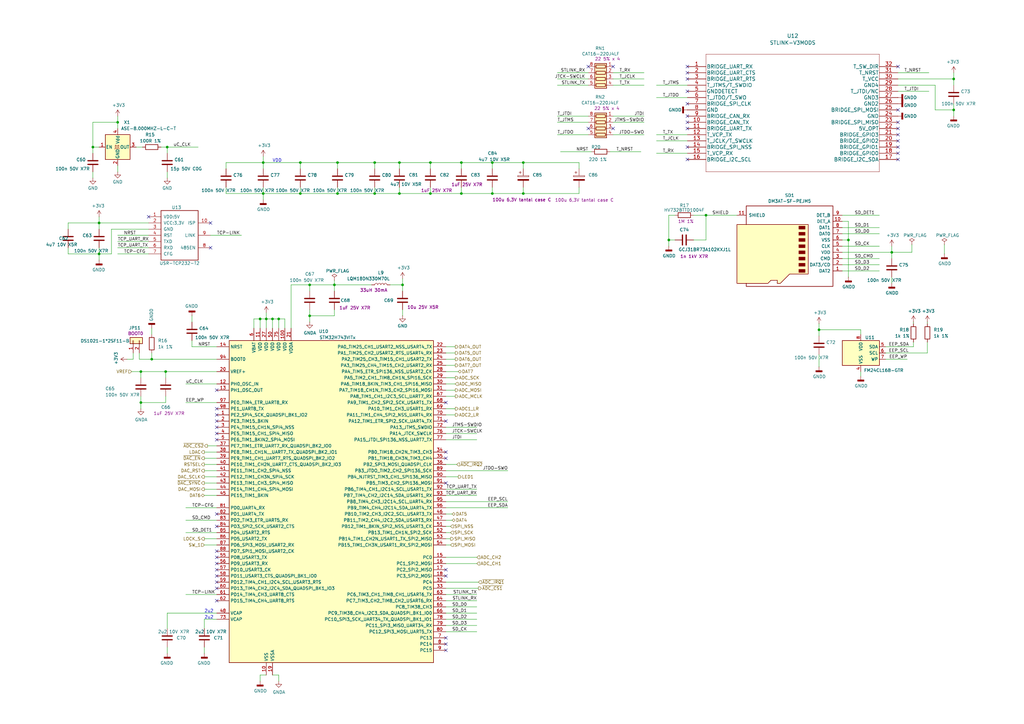
<source format=kicad_sch>
(kicad_sch (version 20231120) (generator "eeschema") (generator_version "8.0")
  (paper "A3")
  (junction (at 165.1 116.84))
  (junction (at 189.23 66.675))
  (junction (at 127 116.84))
  (junction (at 107.95 66.675))
  (junction (at 365.76 103.505))
  (junction (at 201.93 66.675))
  (junction (at 189.23 79.375))
  (junction (at 163.83 79.375))
  (junction (at 163.83 66.675))
  (junction (at 391.16 32.385))
  (junction (at 153.67 79.375))
  (junction (at 68.58 60.325))
  (junction (at 274.32 98.425))
  (junction (at 138.43 66.675))
  (junction (at 127 129.54))
  (junction (at 201.93 79.375))
  (junction (at 109.22 130.81))
  (junction (at 123.19 66.675))
  (junction (at 214.63 66.675))
  (junction (at 57.785 152.4))
  (junction (at 114.3 130.81))
  (junction (at 335.915 135.255))
  (junction (at 57.785 165.1))
  (junction (at 38.1 60.325))
  (junction (at 176.53 66.675))
  (junction (at 289.56 88.265))
  (junction (at 67.945 152.4))
  (junction (at 111.76 130.81))
  (junction (at 48.26 50.165))
  (junction (at 40.64 91.44))
  (junction (at 137.16 116.84))
  (junction (at 138.43 79.375))
  (junction (at 153.67 66.675))
  (junction (at 106.68 130.81))
  (junction (at 107.95 79.375))
  (junction (at 62.23 147.32))
  (junction (at 347.98 98.425))
  (junction (at 176.53 79.375))
  (junction (at 391.16 45.085))
  (junction (at 214.63 79.375))
  (junction (at 40.64 104.14))
  (junction (at 123.19 79.375))
  (no_connect (at 281.94 27.305))
  (no_connect (at 368.3 55.245))
  (no_connect (at 182.88 233.68))
  (no_connect (at 281.94 37.465))
  (no_connect (at 88.9 180.34))
  (no_connect (at 182.88 266.7))
  (no_connect (at 88.9 228.6))
  (no_connect (at 251.46 52.705))
  (no_connect (at 281.94 32.385))
  (no_connect (at 182.88 264.16))
  (no_connect (at 368.3 62.865))
  (no_connect (at 182.88 172.72))
  (no_connect (at 241.3 52.705))
  (no_connect (at 251.46 27.305))
  (no_connect (at 86.36 101.6))
  (no_connect (at 182.88 165.1))
  (no_connect (at 60.96 88.9))
  (no_connect (at 368.3 27.305))
  (no_connect (at 368.3 60.325))
  (no_connect (at 86.36 91.44))
  (no_connect (at 281.94 65.405))
  (no_connect (at 182.88 198.12))
  (no_connect (at 88.9 170.18))
  (no_connect (at 281.94 47.625))
  (no_connect (at 88.9 233.68))
  (no_connect (at 281.94 60.325))
  (no_connect (at 88.9 210.82))
  (no_connect (at 88.9 238.76))
  (no_connect (at 88.9 241.3))
  (no_connect (at 88.9 215.9))
  (no_connect (at 182.88 236.22))
  (no_connect (at 281.94 42.545))
  (no_connect (at 368.3 52.705))
  (no_connect (at 88.9 177.8))
  (no_connect (at 88.9 160.02))
  (no_connect (at 368.3 50.165))
  (no_connect (at 88.9 167.64))
  (no_connect (at 281.94 50.165))
  (no_connect (at 182.88 185.42))
  (no_connect (at 241.3 27.305))
  (no_connect (at 368.3 57.785))
  (no_connect (at 182.88 261.62))
  (no_connect (at 88.9 231.14))
  (no_connect (at 88.9 172.72))
  (no_connect (at 281.94 52.705))
  (no_connect (at 182.88 187.96))
  (no_connect (at 281.94 29.845))
  (no_connect (at 88.9 226.06))
  (no_connect (at 368.3 65.405))
  (no_connect (at 88.9 175.26))
  (no_connect (at 88.9 236.22))
  (no_connect (at 368.3 45.085))
  (no_connect (at 88.9 246.38))
  (wire (pts (xy 182.88 147.32) (xy 186.69 147.32)))
  (wire (pts (xy 289.56 88.265) (xy 289.56 98.425)))
  (wire (pts (xy 182.88 254) (xy 195.58 254)))
  (wire (pts (xy 127 129.54) (xy 137.16 129.54)))
  (wire (pts (xy 374.65 132.08) (xy 374.65 132.715)))
  (wire (pts (xy 237.49 69.215) (xy 237.49 66.675)))
  (wire (pts (xy 363.22 144.78) (xy 380.365 144.78)))
  (wire (pts (xy 353.06 152.4) (xy 353.06 154.305)))
  (wire (pts (xy 106.68 134.62) (xy 106.68 130.81)))
  (wire (pts (xy 38.1 60.325) (xy 38.1 62.865)))
  (wire (pts (xy 48.26 67.945) (xy 48.26 70.485)))
  (wire (pts (xy 163.83 79.375) (xy 176.53 79.375)))
  (wire (pts (xy 114.3 130.81) (xy 111.76 130.81)))
  (wire (pts (xy 57.785 167.64) (xy 57.785 165.1)))
  (wire (pts (xy 116.84 130.81) (xy 114.3 130.81)))
  (wire (pts (xy 88.9 182.88) (xy 85.09 182.88)))
  (wire (pts (xy 60.96 93.98) (xy 45.72 93.98)))
  (wire (pts (xy 195.58 228.6) (xy 182.88 228.6)))
  (wire (pts (xy 83.82 190.5) (xy 88.9 190.5)))
  (wire (pts (xy 335.915 145.415) (xy 335.915 150.495)))
  (wire (pts (xy 163.83 79.375) (xy 163.83 76.835)))
  (wire (pts (xy 40.64 60.325) (xy 38.1 60.325)))
  (wire (pts (xy 152.4 116.84) (xy 137.16 116.84)))
  (wire (pts (xy 78.74 142.24) (xy 78.74 139.7)))
  (wire (pts (xy 201.93 79.375) (xy 201.93 76.835)))
  (wire (pts (xy 68.58 251.46) (xy 88.9 251.46)))
  (wire (pts (xy 228.6 47.625) (xy 241.3 47.625)))
  (wire (pts (xy 182.88 208.28) (xy 208.28 208.28)))
  (wire (pts (xy 48.26 99.06) (xy 60.96 99.06)))
  (wire (pts (xy 187.96 152.4) (xy 182.88 152.4)))
  (wire (pts (xy 163.83 66.675) (xy 176.53 66.675)))
  (wire (pts (xy 38.1 70.485) (xy 38.1 73.025)))
  (wire (pts (xy 57.785 165.1) (xy 57.785 162.56)))
  (wire (pts (xy 106.68 279.4) (xy 106.68 276.86)))
  (wire (pts (xy 214.63 66.675) (xy 237.49 66.675)))
  (wire (pts (xy 83.82 223.52) (xy 88.9 223.52)))
  (wire (pts (xy 182.88 167.64) (xy 186.69 167.64)))
  (wire (pts (xy 114.3 276.86) (xy 111.76 276.86)))
  (wire (pts (xy 182.88 210.82) (xy 185.42 210.82)))
  (wire (pts (xy 187.96 195.58) (xy 182.88 195.58)))
  (wire (pts (xy 138.43 79.375) (xy 138.43 76.835)))
  (wire (pts (xy 55.88 60.325) (xy 58.42 60.325)))
  (wire (pts (xy 57.785 152.4) (xy 57.785 154.94)))
  (wire (pts (xy 83.82 254) (xy 88.9 254)))
  (wire (pts (xy 182.88 142.24) (xy 186.69 142.24)))
  (wire (pts (xy 107.95 66.675) (xy 107.95 64.135)))
  (wire (pts (xy 182.88 223.52) (xy 184.785 223.52)))
  (wire (pts (xy 182.88 157.48) (xy 186.69 157.48)))
  (wire (pts (xy 119.38 116.84) (xy 119.38 134.62)))
  (wire (pts (xy 137.16 129.54) (xy 137.16 127)))
  (wire (pts (xy 48.26 96.52) (xy 60.96 96.52)))
  (wire (pts (xy 88.9 187.96) (xy 83.82 187.96)))
  (wire (pts (xy 123.19 79.375) (xy 138.43 79.375)))
  (wire (pts (xy 228.6 32.385) (xy 241.3 32.385)))
  (wire (pts (xy 68.58 265.43) (xy 68.58 267.97)))
  (wire (pts (xy 153.67 66.675) (xy 163.83 66.675)))
  (wire (pts (xy 251.46 29.845) (xy 264.16 29.845)))
  (wire (pts (xy 345.44 90.805) (xy 347.98 90.805)))
  (wire (pts (xy 201.93 66.675) (xy 214.63 66.675)))
  (wire (pts (xy 127 116.84) (xy 137.16 116.84)))
  (wire (pts (xy 201.93 79.375) (xy 214.63 79.375)))
  (wire (pts (xy 67.945 152.4) (xy 88.9 152.4)))
  (wire (pts (xy 114.3 134.62) (xy 114.3 130.81)))
  (wire (pts (xy 62.23 147.32) (xy 57.15 147.32)))
  (wire (pts (xy 182.88 193.04) (xy 208.28 193.04)))
  (wire (pts (xy 182.88 243.84) (xy 195.58 243.84)))
  (wire (pts (xy 182.88 154.94) (xy 186.69 154.94)))
  (wire (pts (xy 269.24 62.865) (xy 281.94 62.865)))
  (wire (pts (xy 48.26 104.14) (xy 60.96 104.14)))
  (wire (pts (xy 109.22 130.81) (xy 109.22 134.62)))
  (wire (pts (xy 53.975 152.4) (xy 57.785 152.4)))
  (wire (pts (xy 237.49 79.375) (xy 237.49 76.835)))
  (wire (pts (xy 27.94 91.44) (xy 40.64 91.44)))
  (wire (pts (xy 360.68 106.045) (xy 345.44 106.045)))
  (wire (pts (xy 347.98 98.425) (xy 345.44 98.425)))
  (wire (pts (xy 92.71 66.675) (xy 107.95 66.675)))
  (wire (pts (xy 153.67 79.375) (xy 163.83 79.375)))
  (wire (pts (xy 40.64 104.14) (xy 40.64 101.6)))
  (wire (pts (xy 40.64 88.9) (xy 40.64 91.44)))
  (wire (pts (xy 127 129.54) (xy 127 127)))
  (wire (pts (xy 62.23 134.62) (xy 62.23 137.16)))
  (wire (pts (xy 274.32 100.965) (xy 274.32 98.425)))
  (wire (pts (xy 68.58 251.46) (xy 68.58 257.81)))
  (wire (pts (xy 182.88 246.38) (xy 195.58 246.38)))
  (wire (pts (xy 228.6 29.845) (xy 241.3 29.845)))
  (wire (pts (xy 380.365 132.08) (xy 380.365 132.715)))
  (wire (pts (xy 111.76 130.81) (xy 109.22 130.81)))
  (wire (pts (xy 251.46 50.165) (xy 264.16 50.165)))
  (wire (pts (xy 374.65 142.24) (xy 363.22 142.24)))
  (wire (pts (xy 45.72 104.14) (xy 40.64 104.14)))
  (wire (pts (xy 195.58 180.34) (xy 182.88 180.34)))
  (wire (pts (xy 76.2 218.44) (xy 88.9 218.44)))
  (wire (pts (xy 391.16 32.385) (xy 391.16 34.925)))
  (wire (pts (xy 40.64 106.68) (xy 40.64 104.14)))
  (wire (pts (xy 52.07 147.32) (xy 54.61 147.32)))
  (wire (pts (xy 274.32 88.265) (xy 274.32 98.425)))
  (wire (pts (xy 182.88 256.54) (xy 195.58 256.54)))
  (wire (pts (xy 138.43 79.375) (xy 153.67 79.375)))
  (wire (pts (xy 182.88 248.92) (xy 195.58 248.92)))
  (wire (pts (xy 182.88 149.86) (xy 186.69 149.86)))
  (wire (pts (xy 347.98 113.665) (xy 347.98 98.425)))
  (wire (pts (xy 127 132.08) (xy 127 129.54)))
  (wire (pts (xy 104.14 134.62) (xy 104.14 130.81)))
  (wire (pts (xy 176.53 79.375) (xy 189.23 79.375)))
  (wire (pts (xy 57.785 165.1) (xy 67.945 165.1)))
  (wire (pts (xy 160.02 116.84) (xy 165.1 116.84)))
  (wire (pts (xy 107.95 79.375) (xy 107.95 76.835)))
  (wire (pts (xy 391.16 32.385) (xy 391.16 29.845)))
  (wire (pts (xy 182.88 144.78) (xy 186.69 144.78)))
  (wire (pts (xy 54.61 147.32) (xy 54.61 144.78)))
  (wire (pts (xy 228.6 50.165) (xy 241.3 50.165)))
  (wire (pts (xy 68.58 60.325) (xy 81.28 60.325)))
  (wire (pts (xy 137.16 114.935) (xy 137.16 116.84)))
  (wire (pts (xy 387.35 104.14) (xy 387.35 100.33)))
  (wire (pts (xy 360.68 100.965) (xy 345.44 100.965)))
  (wire (pts (xy 127 119.38) (xy 127 116.84)))
  (wire (pts (xy 114.3 279.4) (xy 114.3 276.86)))
  (wire (pts (xy 182.88 238.76) (xy 196.215 238.76)))
  (wire (pts (xy 153.67 79.375) (xy 153.67 76.835)))
  (wire (pts (xy 86.36 96.52) (xy 99.06 96.52)))
  (wire (pts (xy 123.19 79.375) (xy 123.19 76.835)))
  (wire (pts (xy 107.95 79.375) (xy 92.71 79.375)))
  (wire (pts (xy 107.95 66.675) (xy 123.19 66.675)))
  (wire (pts (xy 57.785 152.4) (xy 67.945 152.4)))
  (wire (pts (xy 251.46 47.625) (xy 264.16 47.625)))
  (wire (pts (xy 374.015 103.505) (xy 374.015 100.33)))
  (wire (pts (xy 153.67 66.675) (xy 153.67 69.215)))
  (wire (pts (xy 345.44 103.505) (xy 365.76 103.505)))
  (wire (pts (xy 176.53 66.675) (xy 176.53 69.215)))
  (wire (pts (xy 214.63 69.215) (xy 214.63 66.675)))
  (wire (pts (xy 347.98 90.805) (xy 347.98 98.425)))
  (wire (pts (xy 182.88 259.08) (xy 195.58 259.08)))
  (wire (pts (xy 27.94 104.14) (xy 27.94 101.6)))
  (wire (pts (xy 353.06 135.255) (xy 353.06 137.16)))
  (wire (pts (xy 189.23 79.375) (xy 189.23 76.835)))
  (wire (pts (xy 182.88 175.26) (xy 195.58 175.26)))
  (wire (pts (xy 391.16 42.545) (xy 391.16 45.085)))
  (wire (pts (xy 365.76 113.665) (xy 365.76 116.205)))
  (wire (pts (xy 360.68 95.885) (xy 345.44 95.885)))
  (wire (pts (xy 368.3 29.845) (xy 381 29.845)))
  (wire (pts (xy 251.46 34.925) (xy 264.16 34.925)))
  (wire (pts (xy 269.24 55.245) (xy 281.94 55.245)))
  (wire (pts (xy 368.3 32.385) (xy 391.16 32.385)))
  (wire (pts (xy 189.23 66.675) (xy 189.23 69.215)))
  (wire (pts (xy 88.9 195.58) (xy 83.82 195.58)))
  (wire (pts (xy 383.54 45.085) (xy 391.16 45.085)))
  (wire (pts (xy 78.74 132.08) (xy 78.74 129.54)))
  (wire (pts (xy 368.3 37.465) (xy 381 37.465)))
  (wire (pts (xy 27.94 91.44) (xy 27.94 93.98)))
  (wire (pts (xy 269.24 34.925) (xy 281.94 34.925)))
  (wire (pts (xy 214.63 76.835) (xy 214.63 79.375)))
  (wire (pts (xy 76.2 243.84) (xy 88.9 243.84)))
  (wire (pts (xy 92.71 79.375) (xy 92.71 76.835)))
  (wire (pts (xy 88.9 198.12) (xy 83.82 198.12)))
  (wire (pts (xy 182.88 231.14) (xy 195.58 231.14)))
  (wire (pts (xy 107.95 79.375) (xy 123.19 79.375)))
  (wire (pts (xy 123.19 66.675) (xy 138.43 66.675)))
  (wire (pts (xy 289.56 88.265) (xy 302.26 88.265)))
  (wire (pts (xy 76.2 208.28) (xy 88.9 208.28)))
  (wire (pts (xy 374.015 103.505) (xy 365.76 103.505)))
  (wire (pts (xy 228.6 34.925) (xy 241.3 34.925)))
  (wire (pts (xy 68.58 70.485) (xy 68.58 73.025)))
  (wire (pts (xy 360.68 111.125) (xy 345.44 111.125)))
  (wire (pts (xy 57.15 147.32) (xy 57.15 144.78)))
  (wire (pts (xy 184.785 215.9) (xy 182.88 215.9)))
  (wire (pts (xy 88.9 165.1) (xy 76.2 165.1)))
  (wire (pts (xy 48.26 50.165) (xy 48.26 52.705)))
  (wire (pts (xy 88.9 147.32) (xy 62.23 147.32)))
  (wire (pts (xy 165.1 114.3) (xy 165.1 116.84)))
  (wire (pts (xy 360.68 108.585) (xy 345.44 108.585)))
  (wire (pts (xy 27.94 104.14) (xy 40.64 104.14)))
  (wire (pts (xy 182.88 190.5) (xy 187.325 190.5)))
  (wire (pts (xy 137.16 116.84) (xy 137.16 119.38)))
  (wire (pts (xy 335.915 132.715) (xy 335.915 135.255)))
  (wire (pts (xy 182.88 205.74) (xy 208.28 205.74)))
  (wire (pts (xy 276.86 88.265) (xy 274.32 88.265)))
  (wire (pts (xy 228.6 55.245) (xy 241.3 55.245)))
  (wire (pts (xy 107.95 66.675) (xy 107.95 69.215)))
  (wire (pts (xy 251.46 55.245) (xy 264.16 55.245)))
  (wire (pts (xy 83.82 265.43) (xy 83.82 267.97)))
  (wire (pts (xy 195.58 200.66) (xy 182.88 200.66)))
  (wire (pts (xy 88.9 142.24) (xy 78.74 142.24)))
  (wire (pts (xy 88.9 193.04) (xy 83.82 193.04)))
  (wire (pts (xy 182.88 213.36) (xy 185.42 213.36)))
  (wire (pts (xy 67.945 152.4) (xy 67.945 154.94)))
  (wire (pts (xy 119.38 116.84) (xy 127 116.84)))
  (wire (pts (xy 363.22 147.32) (xy 372.11 147.32)))
  (wire (pts (xy 195.58 203.2) (xy 182.88 203.2)))
  (wire (pts (xy 182.88 170.18) (xy 186.69 170.18)))
  (wire (pts (xy 106.68 130.81) (xy 109.22 130.81)))
  (wire (pts (xy 182.88 162.56) (xy 186.69 162.56)))
  (wire (pts (xy 189.23 66.675) (xy 201.93 66.675)))
  (wire (pts (xy 374.65 140.335) (xy 374.65 142.24)))
  (wire (pts (xy 40.64 91.44) (xy 40.64 93.98)))
  (wire (pts (xy 45.72 93.98) (xy 45.72 104.14)))
  (wire (pts (xy 138.43 66.675) (xy 138.43 69.215)))
  (wire (pts (xy 214.63 79.375) (xy 237.49 79.375)))
  (wire (pts (xy 38.1 50.165) (xy 48.26 50.165)))
  (wire (pts (xy 83.82 203.2) (xy 88.9 203.2)))
  (wire (pts (xy 176.53 66.675) (xy 189.23 66.675)))
  (wire (pts (xy 368.3 34.925) (xy 383.54 34.925)))
  (wire (pts (xy 48.26 47.625) (xy 48.26 50.165)))
  (wire (pts (xy 269.24 40.005) (xy 281.94 40.005)))
  (wire (pts (xy 92.71 66.675) (xy 92.71 69.215)))
  (wire (pts (xy 66.04 60.325) (xy 68.58 60.325)))
  (wire (pts (xy 335.915 135.255) (xy 335.915 137.795)))
  (wire (pts (xy 189.23 79.375) (xy 201.93 79.375)))
  (wire (pts (xy 365.76 103.505) (xy 365.76 106.045)))
  (wire (pts (xy 182.88 218.44) (xy 184.785 218.44)))
  (wire (pts (xy 38.1 60.325) (xy 38.1 50.165)))
  (wire (pts (xy 184.785 220.98) (xy 182.88 220.98)))
  (wire (pts (xy 116.84 134.62) (xy 116.84 130.81)))
  (wire (pts (xy 176.53 79.375) (xy 176.53 76.835)))
  (wire (pts (xy 182.88 241.3) (xy 196.215 241.3)))
  (wire (pts (xy 201.93 66.675) (xy 201.93 69.215)))
  (wire (pts (xy 83.82 220.98) (xy 88.9 220.98)))
  (wire (pts (xy 62.23 144.78) (xy 62.23 147.32)))
  (wire (pts (xy 383.54 34.925) (xy 383.54 45.085)))
  (wire (pts (xy 365.76 103.505) (xy 365.76 100.965)))
  (wire (pts (xy 182.88 160.02) (xy 186.69 160.02)))
  (wire (pts (xy 353.06 135.255) (xy 335.915 135.255)))
  (wire (pts (xy 380.365 140.335) (xy 380.365 144.78)))
  (wire (pts (xy 284.48 88.265) (xy 289.56 88.265)))
  (wire (pts (xy 109.22 128.27) (xy 109.22 130.81)))
  (wire (pts (xy 345.44 88.265) (xy 360.68 88.265)))
  (wire (pts (xy 165.1 116.84) (xy 165.1 119.38)))
  (wire (pts (xy 83.82 254) (xy 83.82 257.81)))
  (wire (pts (xy 67.945 165.1) (xy 67.945 162.56)))
  (wire (pts (xy 106.68 276.86) (xy 109.22 276.86)))
  (wire (pts (xy 195.58 177.8) (xy 182.88 177.8)))
  (wire (pts (xy 250.19 62.23) (xy 262.89 62.23)))
  (wire (pts (xy 88.9 200.66) (xy 83.82 200.66)))
  (wire (pts (xy 251.46 32.385) (xy 264.16 32.385)))
  (wire (pts (xy 165.1 129.54) (xy 165.1 127)))
  (wire (pts (xy 123.19 66.675) (xy 123.19 69.215)))
  (wire (pts (xy 48.26 101.6) (xy 60.96 101.6)))
  (wire (pts (xy 76.2 157.48) (xy 88.9 157.48)))
  (wire (pts (xy 360.68 93.345) (xy 345.44 93.345)))
  (wire (pts (xy 274.32 98.425) (xy 276.86 98.425)))
  (wire (pts (xy 83.82 185.42) (xy 88.9 185.42)))
  (wire (pts (xy 182.88 251.46) (xy 195.58 251.46)))
  (wire (pts (xy 391.16 45.085) (xy 391.16 47.625)))
  (wire (pts (xy 60.96 91.44) (xy 40.64 91.44)))
  (wire (pts (xy 76.2 213.36) (xy 88.9 213.36)))
  (wire (pts (xy 68.58 60.325) (xy 68.58 62.865)))
  (wire (pts (xy 138.43 66.675) (xy 153.67 66.675)))
  (wire (pts (xy 111.76 134.62) (xy 111.76 130.81)))
  (wire (pts (xy 229.87 62.23) (xy 242.57 62.23)))
  (wire (pts (xy 269.24 57.785) (xy 281.94 57.785)))
  (wire (pts (xy 289.56 98.425) (xy 284.48 98.425)))
  (wire (pts (xy 107.95 81.915) (xy 107.95 79.375)))
  (wire (pts (xy 104.14 130.81) (xy 106.68 130.81)))
  (wire (pts (xy 163.83 69.215) (xy 163.83 66.675)))
  (text "2u2" (at 83.82 251.46 0) (effects (font (size 1.27 1.27)) (justify left bottom)))
  (text "2u2" (at 83.82 254 0) (effects (font (size 1.27 1.27)) (justify left bottom)))
  (text "VDD" (at 111.76 66.675 0) (effects (font (size 1.27 1.27)) (justify left bottom)))
  (label "T_JTDI" (at 228.6 47.625 0))
  (label "SD_D2" (at 185.42 254 0))
  (label "T_TX" (at 271.78 55.245 0))
  (label "SD_D0" (at 185.42 248.92 0))
  (label "T_JCLK" (at 271.78 57.785 0))
  (label "JTDO-SWO" (at 208.28 193.04 180))
  (label "SD_DET1" (at 78.74 218.44 0))
  (label "SD_D1" (at 185.42 251.46 0))
  (label "T_TX" (at 254 34.925 0))
  (label "EEP_SDA" (at 364.49 142.24 0))
  (label "SD_DET1" (at 350.52 88.265 0))
  (label "T_NRST" (at 252.73 62.23 0))
  (label "TCP_UART_TX" (at 48.26 101.6 0))
  (label "uC_CLK" (at 71.12 60.325 0))
  (label "JTDO-SWO" (at 264.16 55.245 180))
  (label "TCP-LINK" (at 78.74 243.84 0))
  (label "SD_CK" (at 185.42 259.08 0))
  (label "T_JTDO" (at 228.6 55.245 0))
  (label "SD_D2" (at 350.52 111.125 0))
  (label "SD_D3" (at 185.42 256.54 0))
  (label "EEP_SDA" (at 208.28 208.28 180))
  (label "TCP-LINK" (at 88.9 96.52 0))
  (label "T_RX" (at 271.78 62.865 0))
  (label "NRST" (at 81.28 142.24 0))
  (label "EEP_WP" (at 372.11 147.32 180))
  (label "SD_CK" (at 350.52 100.965 0))
  (label "JTCK-SWCLK" (at 240.03 32.385 180))
  (label "JTMS-SWDIO" (at 264.16 50.165 180))
  (label "SHIELD" (at 292.1 88.265 0))
  (label "SD_D0" (at 350.52 95.885 0))
  (label "NRST" (at 50.8 96.52 0))
  (label "SD_CMD" (at 78.74 213.36 0))
  (label "EEP_SCL" (at 208.28 205.74 180))
  (label "T_NRST" (at 370.84 29.845 0))
  (label "T_RX" (at 254 29.845 0))
  (label "JTCK-SWCLK" (at 185.42 177.8 0))
  (label "SD_D1" (at 350.52 93.345 0))
  (label "JTDI" (at 185.42 180.34 0))
  (label "T_JTMS" (at 271.78 34.925 0))
  (label "NRST" (at 241.3 62.23 180))
  (label "SD_CMD" (at 350.52 106.045 0))
  (label "STLINK_RX" (at 195.58 246.38 180))
  (label "TCP_UART_RX" (at 48.26 99.06 0))
  (label "JTMS-SWDIO" (at 185.42 175.26 0))
  (label "STLINK_RX" (at 240.03 29.845 180))
  (label "EEP_SCL" (at 372.745 144.78 180))
  (label "TCP_UART_RX" (at 195.58 203.2 180))
  (label "T_JTDO" (at 271.78 40.005 0))
  (label "JTDI" (at 264.16 47.625 180))
  (label "TCP_UART_TX" (at 195.58 200.66 180))
  (label "T_JTMS" (at 228.6 50.165 0))
  (label "T_JCLK" (at 254 32.385 0))
  (label "TCP-CFG" (at 78.74 208.28 0))
  (label "TCP-CFG" (at 50.8 104.14 0))
  (label "EEP_WP" (at 76.2 165.1 0))
  (label "T_JTDI" (at 370.84 37.465 0))
  (label "uC_CLK" (at 76.2 157.48 0))
  (label "STLINK_TX" (at 240.03 34.925 180))
  (label "SD_D3" (at 350.52 108.585 0))
  (label "STLINK_TX" (at 195.58 243.84 180))
  (hierarchical_label "SPI_NSS" (shape input) (at 184.785 215.9 0))
  (hierarchical_label "DAT4" (shape bidirectional) (at 185.42 213.36 0))
  (hierarchical_label "DAT5_OUT" (shape output) (at 186.69 144.78 0))
  (hierarchical_label "DAT6" (shape bidirectional) (at 83.82 203.2 180))
  (hierarchical_label "RSTSEL" (shape output) (at 83.82 190.5 180))
  (hierarchical_label "ADC_CH2" (shape input) (at 195.58 228.6 0))
  (hierarchical_label "SW_1" (shape input) (at 83.82 223.52 180))
  (hierarchical_label "DAC_SCLK" (shape output) (at 83.82 195.58 180))
  (hierarchical_label "ADC2_LR" (shape output) (at 186.69 170.18 0))
  (hierarchical_label "LOCK_S" (shape output) (at 83.82 220.98 180))
  (hierarchical_label "LED1" (shape output) (at 187.96 195.58 0))
  (hierarchical_label "DAT5" (shape bidirectional) (at 185.42 210.82 0))
  (hierarchical_label "DAT4_OUT" (shape output) (at 186.69 142.24 0))
  (hierarchical_label "~{ADC_IRQ2}" (shape input) (at 187.325 190.5 0))
  (hierarchical_label "DAT7_OUT" (shape output) (at 186.69 149.86 0))
  (hierarchical_label "LDAC" (shape output) (at 83.82 185.42 180))
  (hierarchical_label "~{ADC_CS1}" (shape output) (at 196.215 241.3 0))
  (hierarchical_label "ADC_SCK" (shape output) (at 186.69 154.94 0))
  (hierarchical_label "ADC_MCLK" (shape output) (at 186.69 162.56 0))
  (hierarchical_label "VREF" (shape input) (at 53.975 152.4 180))
  (hierarchical_label "~{DAC_SYNC}" (shape output) (at 83.82 198.12 180))
  (hierarchical_label "SPI_MISO" (shape output) (at 184.785 220.98 0))
  (hierarchical_label "ADC_MOSI" (shape output) (at 186.69 160.02 0))
  (hierarchical_label "SPI_MOSI" (shape input) (at 184.785 223.52 0))
  (hierarchical_label "DAC_MOSI" (shape output) (at 83.82 200.66 180))
  (hierarchical_label "DAC_RST" (shape output) (at 83.82 193.04 180))
  (hierarchical_label "~{ADC_IRQ1}" (shape input) (at 196.215 238.76 0))
  (hierarchical_label "SPI_SCK" (shape input) (at 184.785 218.44 0))
  (hierarchical_label "DAT7" (shape bidirectional) (at 187.96 152.4 0))
  (hierarchical_label "ADC_CH1" (shape input) (at 195.58 231.14 0))
  (hierarchical_label "~{DAC_EN}" (shape output) (at 83.82 187.96 180))
  (hierarchical_label "~{ADC_CS2}" (shape output) (at 85.09 182.88 180))
  (hierarchical_label "ADC_MISO" (shape input) (at 186.69 157.48 0))
  (hierarchical_label "ADC1_LR" (shape output) (at 186.69 167.64 0))
  (hierarchical_label "DAT6_OUT" (shape output) (at 186.69 147.32 0))
  (symbol (lib_id "Device:C") (at 78.74 135.89 0) (unit 1)
    (property "Reference" "C64" (at 81.661 134.6962 0) (effects (justify left)))
    (property "Value" "100n 50V X7R" (at 80.01 138.43 0) (effects (justify left)))
    (property "Footprint" "Capacitor_SMD:C_0603_1608Metric" (effects (hide yes)))
    (property "Description" "Unpolarized capacitor" (effects (hide yes)))
  )
  (symbol (lib_id "power:PWR_FLAG") (at 137.16 114.935 0) (unit 1)
    (property "Reference" "#FLG011" (effects (hide yes)))
    (property "Value" "PWR_FLAG" (at 138.43 111.125 0))
    (property "Description" "Special symbol for telling ERC where power comes from" (effects (hide yes)))
  )
  (symbol (lib_id "power:GND") (at 68.58 73.025 0) (unit 1)
    (property "Reference" "#PWR039" (effects (hide yes)))
    (property "Value" "GND" (at 68.58 77.1605 0))
    (property "Description" "Power symbol creates a global label with name \"GND\" , ground" (effects (hide yes)))
  )
  (symbol (lib_id "power:GNDD") (at 353.06 154.305 0) (unit 1)
    (property "Reference" "#PWR05" (effects (hide yes)))
    (property "Value" "GNDD" (at 353.187 158.2674 0))
    (property "Description" "Power symbol creates a global label with name \"GNDD\" , digital ground" (effects (hide yes)))
  )
  (symbol (lib_id "power:+3V3") (at 40.64 88.9 0) (mirror y) (unit 1)
    (property "Reference" "#PWR025" (effects (hide yes)))
    (property "Value" "+3V3" (at 40.259 84.4042 0))
    (property "Description" "Power symbol creates a global label with name \"+3V3\"" (effects (hide yes)))
  )
  (symbol (lib_id "power:GNDD") (at 106.68 279.4 0) (unit 1)
    (property "Reference" "#PWR049" (effects (hide yes)))
    (property "Value" "GNDD" (at 106.807 283.3624 0))
    (property "Description" "Power symbol creates a global label with name \"GNDD\" , digital ground" (effects (hide yes)))
  )
  (symbol (lib_id "Device:C") (at 335.915 141.605 0) (unit 1)
    (property "Reference" "C72" (at 338.836 140.4112 0) (effects (justify left)))
    (property "Value" "100n 50V X7R" (at 325.755 146.685 0) (effects (justify left)))
    (property "Footprint" "Capacitor_SMD:C_0603_1608Metric" (effects (hide yes)))
    (property "Description" "Unpolarized capacitor" (effects (hide yes)))
  )
  (symbol (lib_id "Device:C") (at 107.95 73.025 0) (unit 1)
    (property "Reference" "C77" (at 110.871 71.8312 0) (effects (justify left)))
    (property "Value" "100n 50V X7R" (at 98.425 78.105 0) (effects (justify left)))
    (property "Footprint" "Capacitor_SMD:C_0603_1608Metric" (effects (hide yes)))
    (property "Description" "Unpolarized capacitor" (effects (hide yes)))
  )
  (symbol (lib_id "power:GNDD") (at 281.94 45.085 270) (mirror x) (unit 1)
    (property "Reference" "#PWR0263" (effects (hide yes)))
    (property "Value" "GNDD" (at 276.86 45.085 90))
    (property "Description" "Power symbol creates a global label with name \"GNDD\" , digital ground" (effects (hide yes)))
  )
  (symbol (lib_id "Device:R") (at 62.23 60.325 90) (unit 1)
    (property "Reference" "R15" (at 63.5 55.245 90) (effects (justify left)))
    (property "Value" "100R 1%" (at 66.04 57.785 90) (effects (justify left)))
    (property "Footprint" "Resistor_SMD:R_0603_1608Metric" (effects (hide yes)))
    (property "Description" "Resistor" (effects (hide yes)))
  )
  (symbol (lib_id "Device:C") (at 127 123.19 0) (mirror x) (unit 1)
    (property "Reference" "C67" (at 125.095 112.395 0) (effects (justify left)))
    (property "Value" "100n 50V X7R" (at 118.745 114.935 0) (effects (justify left)))
    (property "Footprint" "Capacitor_SMD:C_0603_1608Metric" (effects (hide yes)))
    (property "Description" "Unpolarized capacitor" (effects (hide yes)))
  )
  (symbol (lib_id "Device:C") (at 365.76 109.855 0) (unit 1)
    (property "Reference" "C75" (at 368.681 108.6612 0) (effects (justify left)))
    (property "Value" "100n 50V X7R" (at 355.6 114.935 0) (effects (justify left)))
    (property "Footprint" "Capacitor_SMD:C_0603_1608Metric" (effects (hide yes)))
    (property "Description" "Unpolarized capacitor" (effects (hide yes)))
  )
  (symbol (lib_id "Device:C") (at 138.43 73.025 0) (unit 1)
    (property "Reference" "C79" (at 141.351 71.8312 0) (effects (justify left)))
    (property "Value" "100n 50V X7R" (at 128.27 78.105 0) (effects (justify left)))
    (property "Footprint" "Capacitor_SMD:C_0603_1608Metric" (effects (hide yes)))
    (property "Description" "Unpolarized capacitor" (effects (hide yes)))
  )
  (symbol (lib_id "power:+3V3") (at 374.65 132.08 0) (unit 1)
    (property "Reference" "#PWR060" (effects (hide yes)))
    (property "Value" "+3V3" (at 375.031 127.5842 0))
    (property "Description" "Power symbol creates a global label with name \"+3V3\"" (effects (hide yes)))
  )
  (symbol (lib_id "Device:C") (at 92.71 73.025 0) (unit 1)
    (property "Reference" "C76" (at 95.631 71.8312 0) (effects (justify left)))
    (property "Value" "100n 50V X7R" (at 82.55 78.105 0) (effects (justify left)))
    (property "Footprint" "Capacitor_SMD:C_0603_1608Metric" (effects (hide yes)))
    (property "Description" "Unpolarized capacitor" (effects (hide yes)))
  )
  (symbol (lib_id "power:GNDD") (at 62.23 134.62 180) (unit 1)
    (property "Reference" "#PWR045" (effects (hide yes)))
    (property "Value" "GNDD" (at 62.103 131.826 90) (effects (justify right)))
    (property "Description" "Power symbol creates a global label with name \"GNDD\" , digital ground" (effects (hide yes)))
  )
  (symbol (lib_id "power:+3V3") (at 335.915 132.715 0) (unit 1)
    (property "Reference" "#PWR063" (effects (hide yes)))
    (property "Value" "+3V3" (at 336.296 128.2192 0))
    (property "Description" "Power symbol creates a global label with name \"+3V3\"" (effects (hide yes)))
  )
  (symbol (lib_id "power:GNDD") (at 368.3 40.005 90) (mirror x) (unit 1)
    (property "Reference" "#PWR0262" (effects (hide yes)))
    (property "Value" "GNDD" (at 373.38 40.005 90))
    (property "Description" "Power symbol creates a global label with name \"GNDD\" , digital ground" (effects (hide yes)))
  )
  (symbol (lib_id "My_Library:STM32H743VITx") (at 135.89 139.7 0) (unit 1)
    (property "Reference" "U10" (at 132.715 135.89 0))
    (property "Value" "STM32H743VITx" (at 138.43 138.43 0))
    (property "Footprint" "Package_QFP:LQFP-100_14x14mm_P0.5mm" (effects (hide yes)))
    (property "Datasheet" "https://www.st.com/resource/en/datasheet/stm32h743vi.pdf" (effects (hide yes)))
  )
  (symbol (lib_id "nucleo_H743-rescue:+3.3V-power") (at 109.22 128.27 0) (unit 1)
    (property "Reference" "#PWR050" (effects (hide yes)))
    (property "Value" "+3V3" (at 109.601 123.7742 0))
  )
  (symbol (lib_id "power:GNDD") (at 78.74 129.54 180) (unit 1)
    (property "Reference" "#PWR047" (effects (hide yes)))
    (property "Value" "GNDD" (at 78.5876 125.5522 0))
    (property "Description" "Power symbol creates a global label with name \"GNDD\" , digital ground" (effects (hide yes)))
  )
  (symbol (lib_id "power:GNDD") (at 368.3 47.625 90) (mirror x) (unit 1)
    (property "Reference" "#PWR0260" (effects (hide yes)))
    (property "Value" "GNDD" (at 373.38 47.625 90))
    (property "Description" "Power symbol creates a global label with name \"GNDD\" , digital ground" (effects (hide yes)))
  )
  (symbol (lib_id "Device:R") (at 62.23 140.97 0) (unit 1)
    (property "Reference" "R16" (at 64.77 139.7 0) (effects (justify left)))
    (property "Value" "1k 1%" (at 64.77 142.24 0) (effects (justify left)))
    (property "Footprint" "Resistor_SMD:R_0603_1608Metric" (effects (hide yes)))
    (property "Description" "Resistor" (effects (hide yes)))
  )
  (symbol (lib_id "Device:C") (at 57.785 158.75 0) (mirror x) (unit 1)
    (property "Reference" "C65" (at 43.18 159.385 0) (effects (justify left)))
    (property "Value" "100n 50V X7R" (at 43.18 161.925 0) (effects (justify left)))
    (property "Footprint" "Capacitor_SMD:C_0603_1608Metric" (effects (hide yes)))
    (property "Description" "Unpolarized capacitor" (effects (hide yes)))
  )
  (symbol (lib_id "Device:C") (at 189.23 73.025 0) (unit 1)
    (property "Reference" "C83" (at 193.04 71.755 0) (effects (justify left)))
    (property "Value" "GCM188R71E105KA64J" (effects (hide yes)))
    (property "Footprint" "Capacitor_SMD:C_0603_1608Metric" (effects (hide yes)))
    (property "Description" "Unpolarized capacitor" (effects (hide yes)))
    (property "Comm" "1uF 25V X7R" (at 191.516 75.692 0))
  )
  (symbol (lib_id "power:+3V3") (at 391.16 29.845 0) (mirror y) (unit 1)
    (property "Reference" "#PWR067" (effects (hide yes)))
    (property "Value" "+3V3" (at 390.779 25.3492 0))
    (property "Description" "Power symbol creates a global label with name \"+3V3\"" (effects (hide yes)))
  )
  (symbol (lib_id "Device:R") (at 374.65 136.525 0) (unit 1)
    (property "Reference" "R18" (at 368.935 135.255 0) (effects (justify left)))
    (property "Value" "1k 1%" (at 367.03 137.795 0) (effects (justify left)))
    (property "Footprint" "Resistor_SMD:R_0603_1608Metric" (effects (hide yes)))
    (property "Description" "Resistor" (effects (hide yes)))
  )
  (symbol (lib_id "power:GNDD") (at 40.64 106.68 0) (mirror y) (unit 1)
    (property "Reference" "#PWR031" (effects (hide yes)))
    (property "Value" "GNDD" (at 40.513 110.6424 0))
    (property "Description" "Power symbol creates a global label with name \"GNDD\" , digital ground" (effects (hide yes)))
  )
  (symbol (lib_id "Device:R") (at 246.38 62.23 90) (unit 1)
    (property "Reference" "R20" (at 246.38 60.325 90) (effects (justify left)))
    (property "Value" "220 1%" (at 248.92 65.405 90) (effects (justify left)))
    (property "Footprint" "Resistor_SMD:R_0603_1608Metric" (effects (hide yes)))
    (property "Description" "Resistor" (effects (hide yes)))
  )
  (symbol (lib_id "Device:C") (at 38.1 66.675 0) (mirror y) (unit 1)
    (property "Reference" "C60" (at 35.179 65.4812 0) (effects (justify left)))
    (property "Value" "100n 50V X7R" (at 36.83 69.215 0) (effects (justify left)))
    (property "Footprint" "Capacitor_SMD:C_0603_1608Metric" (effects (hide yes)))
    (property "Description" "Unpolarized capacitor" (effects (hide yes)))
  )
  (symbol (lib_id "power:+3V3") (at 107.95 64.135 0) (unit 1)
    (property "Reference" "#PWR055" (effects (hide yes)))
    (property "Value" "+3V3" (at 108.331 59.6392 0))
    (property "Description" "Power symbol creates a global label with name \"+3V3\"" (effects (hide yes)))
  )
  (symbol (lib_id "power:GNDD") (at 391.16 47.625 0) (mirror y) (unit 1)
    (property "Reference" "#PWR068" (effects (hide yes)))
    (property "Value" "GNDD" (at 391.033 51.5874 0))
    (property "Description" "Power symbol creates a global label with name \"GNDD\" , digital ground" (effects (hide yes)))
  )
  (symbol (lib_id "power:GND") (at 48.26 70.485 0) (unit 1)
    (property "Reference" "#PWR035" (effects (hide yes)))
    (property "Value" "GND" (at 48.26 74.6205 0))
    (property "Description" "Power symbol creates a global label with name \"GND\" , ground" (effects (hide yes)))
  )
  (symbol (lib_id "power:GNDD") (at 387.35 104.14 0) (unit 1)
    (property "Reference" "#PWR0256" (effects (hide yes)))
    (property "Value" "GNDD" (at 387.477 108.1024 0))
    (property "Description" "Power symbol creates a global label with name \"GNDD\" , digital ground" (effects (hide yes)))
  )
  (symbol (lib_id "Device:C") (at 67.945 158.75 0) (unit 1)
    (property "Reference" "C66" (at 66.04 167.005 0) (effects (justify left)))
    (property "Value" "GCM188R71E105KA64J" (effects (hide yes)))
    (property "Footprint" "Capacitor_SMD:C_0603_1608Metric" (effects (hide yes)))
    (property "Description" "Unpolarized capacitor" (effects (hide yes)))
    (property "Comm" "1uF 25V X7R" (at 69.342 169.545 0))
  )
  (symbol (lib_id "Connector_Generic:Conn_01x02") (at 54.61 139.7 90) (unit 1)
    (property "Reference" "JP11" (at 52.832 134.493 90) (effects (justify right)))
    (property "Value" "DS1021-1*2SF11-B" (at 33.02 139.827 90) (effects (justify right)))
    (property "Footprint" "Connector_PinHeader_2.54mm:PinHeader_1x02_P2.54mm_Vertical" (effects (hide yes)))
    (property "Datasheet" "https://www.tme.com/Document/cc301e58a5da78cb543a94b5a5b7f06a/DS1021.pdf" (effects (hide yes)))
    (property "Description" "Generic connector, single row, 01x02, script generated (kicad-library-utils/schlib/autogen/connector/)" (effects (hide yes)))
    (property "Comm" "BOOT0" (at 55.626 136.779 90))
  )
  (symbol (lib_id "power:GND") (at 165.1 129.54 0) (unit 1)
    (property "Reference" "#PWR054" (effects (hide yes)))
    (property "Value" "GND" (at 165.1 133.6755 0))
    (property "Description" "Power symbol creates a global label with name \"GND\" , ground" (effects (hide yes)))
  )
  (symbol (lib_id "power:GNDD") (at 365.76 116.205 0) (unit 1)
    (property "Reference" "#PWR066" (effects (hide yes)))
    (property "Value" "GNDD" (at 365.887 120.1674 0))
    (property "Description" "Power symbol creates a global label with name \"GNDD\" , digital ground" (effects (hide yes)))
  )
  (symbol (lib_id "Device:C") (at 201.93 73.025 0) (unit 1)
    (property "Reference" "C84" (at 200.025 62.865 0) (effects (justify left)))
    (property "Value" "4u7 10V X5R" (at 196.215 65.405 0) (effects (justify left)))
    (property "Footprint" "Capacitor_SMD:C_0603_1608Metric" (effects (hide yes)))
    (property "Description" "Unpolarized capacitor" (effects (hide yes)))
  )
  (symbol (lib_id "power:GNDD") (at 368.3 42.545 90) (mirror x) (unit 1)
    (property "Reference" "#PWR0261" (effects (hide yes)))
    (property "Value" "GNDD" (at 373.38 43.18 90))
    (property "Description" "Power symbol creates a global label with name \"GNDD\" , digital ground" (effects (hide yes)))
  )
  (symbol (lib_id "power:GNDD") (at 107.95 81.915 0) (unit 1)
    (property "Reference" "#PWR058" (effects (hide yes)))
    (property "Value" "GNDD" (at 108.077 85.8774 0))
    (property "Description" "Power symbol creates a global label with name \"GNDD\" , digital ground" (effects (hide yes)))
  )
  (symbol (lib_id "nucleo_H743-rescue:+3.3V-power") (at 165.1 114.3 0) (unit 1)
    (property "Reference" "#PWR052" (effects (hide yes)))
    (property "Value" "+3V3" (at 165.481 109.8042 0))
  )
  (symbol (lib_id "Memory_NVRAM:FM24CL16B") (at 353.06 144.78 0) (unit 1)
    (property "Reference" "U11" (at 358.775 138.43 0) (effects (justify right)))
    (property "Value" "FM24CL16B-GTR" (at 370.586 151.892 0) (effects (justify right)))
    (property "Footprint" "Package_SO:SOIC-8_3.9x4.9mm_P1.27mm" (effects (hide yes)))
    (property "Datasheet" "https://www.infineon.com/dgdl/Infineon-FM24CL16B_16-Kbit_(2_K_8)_Serial_(I2C)_F-RAM-DataSheet-v13_00-EN.pdf?fileId=8ac78c8c7d0d8da4017d0ec99cb241e9" (effects (hide yes)))
    (property "Description" "16Kb serial FRAM nonvolatile Memory, SOIC-8" (effects (hide yes)))
  )
  (symbol (lib_id "ff:STLINK-V3MODS") (at 281.94 27.305 0) (unit 1)
    (property "Reference" "U12" (at 325.12 14.6983 0) (effects (font (size 1.524 1.524))))
    (property "Value" "STLINK-V3MODS" (at 325.12 17.5312 0) (effects (font (size 1.524 1.524))))
    (property "Footprint" "ff_lib_8:STLINK-V3MODS" (effects (hide yes)))
    (property "Datasheet" "https://www.st.com/content/ccc/resource/technical/document/user_manual/group1/00/14/17/68/0f/01/48/01/DM00555046/files/DM00555046.pdf/jcr:content/translations/en.DM00555046.pdf" (effects (hide yes)))
  )
  (symbol (lib_id "Device:C") (at 153.67 73.025 0) (unit 1)
    (property "Reference" "C80" (at 156.591 71.8312 0) (effects (justify left)))
    (property "Value" "100n 50V X7R" (at 143.51 78.105 0) (effects (justify left)))
    (property "Footprint" "Capacitor_SMD:C_0603_1608Metric" (effects (hide yes)))
    (property "Description" "Unpolarized capacitor" (effects (hide yes)))
  )
  (symbol (lib_id "Device:R_Pack04") (at 246.38 52.705 90) (mirror x) (unit 1)
    (property "Reference" "RN2" (at 246.126 39.8018 90))
    (property "Value" "CAT16-220J4LF" (at 246.126 42.164 90))
    (property "Footprint" "Resistor_SMD:R_Array_Concave_4x0603" (effects (hide yes)))
    (property "Description" "4 resistor network, parallel topology" (effects (hide yes)))
    (property "Comm" "22 5% x 4" (at 248.92 44.45 90))
  )
  (symbol (lib_id "Device:C") (at 391.16 38.735 0) (unit 1)
    (property "Reference" "C73" (at 394.081 37.5412 0) (effects (justify left)))
    (property "Value" "100n 50V X7R" (at 386.08 42.545 0) (effects (justify left)))
    (property "Footprint" "Capacitor_SMD:C_0603_1608Metric" (effects (hide yes)))
    (property "Description" "Unpolarized capacitor" (effects (hide yes)))
  )
  (symbol (lib_id "nucleo_H743-rescue:CP-Device") (at 214.63 73.025 0) (unit 1)
    (property "Reference" "C85" (at 218.44 71.755 0) (effects (justify left)))
    (property "Value" "293D107X9010C2TE3" (effects (hide yes)))
    (property "Footprint" "Capacitor_Tantalum_SMD:CP_EIA-7132-28_AVX-C" (effects (hide yes)))
    (property "Datasheet" "https://www.tme.eu/Document/b7b423fee79a0baa3802818aefa8a73f/293d.pdf" (effects (hide yes)))
    (property "Comm" "100u 6,3V tantal case C" (at 201.93 81.915 0) (effects (justify left)))
  )
  (symbol (lib_id "power:PWR_FLAG") (at 387.35 100.33 0) (unit 1)
    (property "Reference" "#FLG010" (effects (hide yes)))
    (property "Value" "PWR_FLAG" (at 388.62 96.52 0))
    (property "Description" "Special symbol for telling ERC where power comes from" (effects (hide yes)))
  )
  (symbol (lib_id "power:GNDA") (at 114.3 279.4 0) (unit 1)
    (property "Reference" "#PWR051" (effects (hide yes)))
    (property "Value" "GNDA" (at 114.427 283.8958 0))
    (property "Description" "Power symbol creates a global label with name \"GNDA\" , analog ground" (effects (hide yes)))
  )
  (symbol (lib_id "power:+3V3") (at 48.26 47.625 0) (unit 1)
    (property "Reference" "#PWR033" (effects (hide yes)))
    (property "Value" "+3V3" (at 48.641 43.1292 0))
    (property "Description" "Power symbol creates a global label with name \"+3V3\"" (effects (hide yes)))
  )
  (symbol (lib_id "Device:C") (at 83.82 261.62 0) (mirror x) (unit 1)
    (property "Reference" "C71" (at 87.63 261.62 0) (effects (justify left)))
    (property "Value" "2u2 10V X7R" (at 80.01 259.08 0) (effects (justify left)))
    (property "Footprint" "Capacitor_SMD:C_0603_1608Metric" (effects (hide yes)))
    (property "Description" "Unpolarized capacitor" (effects (hide yes)))
  )
  (symbol (lib_id "power:GNDA") (at 57.785 167.64 0) (unit 1)
    (property "Reference" "#PWR024" (effects (hide yes)))
    (property "Value" "GNDA" (at 57.912 172.1358 0))
    (property "Description" "Power symbol creates a global label with name \"GNDA\" , analog ground" (effects (hide yes)))
  )
  (symbol (lib_id "power:GNDD") (at 335.915 150.495 0) (unit 1)
    (property "Reference" "#PWR064" (effects (hide yes)))
    (property "Value" "GNDD" (at 336.042 154.4574 0))
    (property "Description" "Power symbol creates a global label with name \"GNDD\" , digital ground" (effects (hide yes)))
  )
  (symbol (lib_id "power:GNDA") (at 127 132.08 0) (unit 1)
    (property "Reference" "#PWR0225" (effects (hide yes)))
    (property "Value" "GNDA" (at 127.127 136.5758 0))
    (property "Description" "Power symbol creates a global label with name \"GNDA\" , analog ground" (effects (hide yes)))
  )
  (symbol (lib_id "Device:R") (at 280.67 88.265 90) (unit 1)
    (property "Reference" "R17" (at 280.67 84.2391 90))
    (property "Value" "HV732BTTD1004F" (at 280.67 86.1601 90))
    (property "Footprint" "Resistor_SMD:R_1206_3216Metric" (effects (hide yes)))
    (property "Description" "Resistor" (effects (hide yes)))
    (property "Comm" "1M 1%" (at 281.305 90.805 90))
  )
  (symbol (lib_id "power:+3V3") (at 365.76 100.965 0) (unit 1)
    (property "Reference" "#PWR065" (effects (hide yes)))
    (property "Value" "+3V3" (at 366.141 96.4692 0))
    (property "Description" "Power symbol creates a global label with name \"+3V3\"" (effects (hide yes)))
  )
  (symbol (lib_id "power:GNDD") (at 83.82 267.97 0) (mirror y) (unit 1)
    (property "Reference" "#PWR048" (effects (hide yes)))
    (property "Value" "GNDD" (at 83.6676 271.9578 0))
    (property "Description" "Power symbol creates a global label with name \"GNDD\" , digital ground" (effects (hide yes)))
  )
  (symbol (lib_id "power:PWR_FLAG") (at 374.015 100.33 0) (unit 1)
    (property "Reference" "#FLG09" (effects (hide yes)))
    (property "Value" "PWR_FLAG" (at 375.285 96.52 0))
    (property "Description" "Special symbol for telling ERC where power comes from" (effects (hide yes)))
  )
  (symbol (lib_id "c3Av2_A-rescue:Micro_SD_Card_Det-Connector") (at 322.58 100.965 180) (unit 1)
    (property "Reference" "SD1" (at 323.85 80.137 0))
    (property "Value" "DM3AT-SF-PEJM5" (at 323.85 82.4992 0))
    (property "Footprint" "Connector_Card:microSD_HC_Hirose_DM3AT-SF-PEJM5" (effects (hide yes)))
    (property "Datasheet" "https://www.hirose.com/product/document?clcode=CL0609-0033-6-00&productname=DM3AT-SF-PEJ2M5&series=DM3&documenttype=Catalog&lang=en&documentid=D49662_en" (effects (hide yes)))
  )
  (symbol (lib_id "Device:L") (at 156.21 116.84 90) (unit 1)
    (property "Reference" "L9" (at 156.21 111.8616 90))
    (property "Value" "LQM18DN330M70L" (at 151.13 114.3 90))
    (property "Footprint" "Inductor_SMD:L_0603_1608Metric" (effects (hide yes)))
    (property "Description" "Inductor" (effects (hide yes)))
    (property "Comm" "33uH 30mA" (at 153.289 118.999 90))
  )
  (symbol (lib_id "Device:R") (at 380.365 136.525 0) (unit 1)
    (property "Reference" "R19" (at 382.905 135.255 0) (effects (justify left)))
    (property "Value" "1k 1%" (at 382.905 137.795 0) (effects (justify left)))
    (property "Footprint" "Resistor_SMD:R_0603_1608Metric" (effects (hide yes)))
    (property "Description" "Resistor" (effects (hide yes)))
  )
  (symbol (lib_id "Device:C") (at 68.58 66.675 0) (unit 1)
    (property "Reference" "C61" (at 71.501 65.4812 0) (effects (justify left)))
    (property "Value" "15p 50V C0G" (at 69.85 69.215 0) (effects (justify left)))
    (property "Footprint" "Capacitor_SMD:C_0603_1608Metric" (effects (hide yes)))
    (property "Description" "Unpolarized capacitor" (effects (hide yes)))
  )
  (symbol (lib_id "Device:R_Pack04") (at 246.38 32.385 90) (mirror x) (unit 1)
    (property "Reference" "RN1" (at 246.126 19.812 90))
    (property "Value" "CAT16-220J4LF" (at 246.38 22.098 90))
    (property "Footprint" "Resistor_SMD:R_Array_Concave_4x0603" (effects (hide yes)))
    (property "Description" "4 resistor network, parallel topology" (effects (hide yes)))
    (property "Comm" "22 5% x 4" (at 249.174 24.13 90))
  )
  (symbol (lib_id "power:+3V3") (at 380.365 132.08 0) (unit 1)
    (property "Reference" "#PWR0127" (effects (hide yes)))
    (property "Value" "+3V3" (at 380.746 127.5842 0))
    (property "Description" "Power symbol creates a global label with name \"+3V3\"" (effects (hide yes)))
  )
  (symbol (lib_id "Device:C") (at 40.64 97.79 0) (mirror y) (unit 1)
    (property "Reference" "C63" (at 37.719 96.5962 0) (effects (justify left)))
    (property "Value" "100n 50V X7R" (at 44.45 102.87 0) (effects (justify left)))
    (property "Footprint" "Capacitor_SMD:C_0603_1608Metric" (effects (hide yes)))
    (property "Description" "Unpolarized capacitor" (effects (hide yes)))
  )
  (symbol (lib_id "Device:C") (at 165.1 123.19 0) (unit 1)
    (property "Reference" "C69" (at 157.48 123.19 0) (effects (justify left)))
    (property "Value" "GRM188R61E106KA73D" (effects (hide yes)))
    (property "Footprint" "Capacitor_SMD:C_0603_1608Metric" (effects (hide yes)))
    (property "Description" "Unpolarized capacitor" (effects (hide yes)))
    (property "Comm" "10u 25V X5R" (at 173.482 125.984 0))
  )
  (symbol (lib_id "power:+3V3") (at 52.07 147.32 90) (unit 1)
    (property "Reference" "#PWR044" (effects (hide yes)))
    (property "Value" "+3V3" (at 47.5742 146.939 0))
    (property "Description" "Power symbol creates a global label with name \"+3V3\"" (effects (hide yes)))
  )
  (symbol (lib_id "Device:C") (at 68.58 261.62 0) (mirror x) (unit 1)
    (property "Reference" "C70" (at 72.39 261.62 0) (effects (justify left)))
    (property "Value" "2u2 10V X7R" (at 64.77 259.08 0) (effects (justify left)))
    (property "Footprint" "Capacitor_SMD:C_0603_1608Metric" (effects (hide yes)))
    (property "Description" "Unpolarized capacitor" (effects (hide yes)))
  )
  (symbol (lib_id "nucleo_H743-rescue:CP-Device") (at 237.49 73.025 0) (unit 1)
    (property "Reference" "C86" (at 241.3 71.755 0) (effects (justify left)))
    (property "Value" "293D107X9010C2TE3" (effects (hide yes)))
    (property "Footprint" "Capacitor_Tantalum_SMD:CP_EIA-7132-28_AVX-C" (effects (hide yes)))
    (property "Datasheet" "https://www.tme.eu/Document/b7b423fee79a0baa3802818aefa8a73f/293d.pdf" (effects (hide yes)))
    (property "Comm" "100u 6,3V tantal case C" (at 227.584 82.042 0) (effects (justify left)))
  )
  (symbol (lib_id "power:GNDD") (at 347.98 113.665 0) (unit 1)
    (property "Reference" "#PWR062" (effects (hide yes)))
    (property "Value" "GNDD" (at 348.107 117.6274 0))
    (property "Description" "Power symbol creates a global label with name \"GNDD\" , digital ground" (effects (hide yes)))
  )
  (symbol (lib_id "Device:C") (at 27.94 97.79 0) (mirror y) (unit 1)
    (property "Reference" "C62" (at 24.13 97.79 0) (effects (justify right)))
    (property "Value" "4u7 10V X5R" (at 31.75 100.33 0) (effects (justify left)))
    (property "Footprint" "Capacitor_SMD:C_0603_1608Metric" (effects (hide yes)))
    (property "Description" "Unpolarized capacitor" (effects (hide yes)))
  )
  (symbol (lib_id "Oscillator:ASE-xxxMHz") (at 48.26 60.325 0) (unit 1)
    (property "Reference" "X1" (at 52.07 50.165 0))
    (property "Value" "ASE-8.000MHZ-L-C-T" (at 60.96 52.705 0))
    (property "Footprint" "MY_Library:Oscillator_SMD_Abracon_ASE-4Pin_3.2x2.5mm" (effects (hide yes)))
    (property "Datasheet" "https://www.mouser.pl/datasheet/2/3/ASEseries-1774818.pdf" (effects (hide yes)))
    (property "Description" "3.3V CMOS SMD Crystal Clock Oscillator, Abracon" (effects (hide yes)))
  )
  (symbol (lib_id "Device:C") (at 163.83 73.025 0) (unit 1)
    (property "Reference" "C81" (at 167.64 71.755 0) (effects (justify left)))
    (property "Value" "4u7 10V X5R" (at 160.02 75.565 0) (effects (justify left)))
    (property "Footprint" "Capacitor_SMD:C_0603_1608Metric" (effects (hide yes)))
    (property "Description" "Unpolarized capacitor" (effects (hide yes)))
  )
  (symbol (lib_id "Device:C") (at 123.19 73.025 0) (unit 1)
    (property "Reference" "C78" (at 126.111 71.8312 0) (effects (justify left)))
    (property "Value" "100n 50V X7R" (at 113.03 78.105 0) (effects (justify left)))
    (property "Footprint" "Capacitor_SMD:C_0603_1608Metric" (effects (hide yes)))
    (property "Description" "Unpolarized capacitor" (effects (hide yes)))
  )
  (symbol (lib_id "power:GND") (at 38.1 73.025 0) (unit 1)
    (property "Reference" "#PWR032" (effects (hide yes)))
    (property "Value" "GND" (at 38.1 77.1605 0))
    (property "Description" "Power symbol creates a global label with name \"GND\" , ground" (effects (hide yes)))
  )
  (symbol (lib_id "ff:USR-TCP232-T2") (at 73.66 96.52 0) (mirror x) (unit 1)
    (property "Reference" "U13" (at 72.39 85.09 0))
    (property "Value" "USR-TCP232-T2" (at 73.66 107.95 0))
    (property "Footprint" "ff_lib_8:USR-TC232-T2" (effects (hide yes)))
    (property "Datasheet" "https://www.pusr.com/support/download/user-manual-usr-tcp232-t2-hardware-manual.html" (effects (hide yes)))
  )
  (symbol (lib_id "power:GNDD") (at 68.58 267.97 0) (mirror y) (unit 1)
    (property "Reference" "#PWR046" (effects (hide yes)))
    (property "Value" "GNDD" (at 68.4276 271.9578 0))
    (property "Description" "Power symbol creates a global label with name \"GNDD\" , digital ground" (effects (hide yes)))
  )
  (symbol (lib_id "power:GNDD") (at 274.32 100.965 0) (unit 1)
    (property "Reference" "#PWR059" (effects (hide yes)))
    (property "Value" "GNDD" (at 274.447 104.9274 0))
    (property "Description" "Power symbol creates a global label with name \"GNDD\" , digital ground" (effects (hide yes)))
  )
  (symbol (lib_id "Device:C") (at 176.53 73.025 0) (unit 1)
    (property "Reference" "C82" (at 180.34 71.755 0) (effects (justify left)))
    (property "Value" "GCM188R71E105KA64J" (effects (hide yes)))
    (property "Footprint" "Capacitor_SMD:C_0603_1608Metric" (effects (hide yes)))
    (property "Description" "Unpolarized capacitor" (effects (hide yes)))
    (property "Comm" "1uF 25V X7R" (at 179.07 78.105 0))
  )
  (symbol (lib_id "Device:C") (at 137.16 123.19 0) (unit 1)
    (property "Reference" "C68" (at 139.7 123.19 0) (effects (justify left)))
    (property "Value" "GCM188R71E105KA64J" (effects (hide yes)))
    (property "Footprint" "Capacitor_SMD:C_0603_1608Metric" (effects (hide yes)))
    (property "Description" "Unpolarized capacitor" (effects (hide yes)))
    (property "Comm" "1uF 25V X7R" (at 145.542 126.238 0))
  )
  (symbol (lib_id "Device:C") (at 280.67 98.425 90) (unit 1)
    (property "Reference" "C74" (at 280.67 94.234 90))
    (property "Value" "GCJ31BR73A102KXJ1L" (at 289.052 102.362 90))
    (property "Footprint" "Capacitor_SMD:C_1206_3216Metric" (effects (hide yes)))
    (property "Description" "Unpolarized capacitor" (effects (hide yes)))
    (property "Comm" "1n 1kV X7R" (at 284.734 105.156 90))
  )
)
</source>
